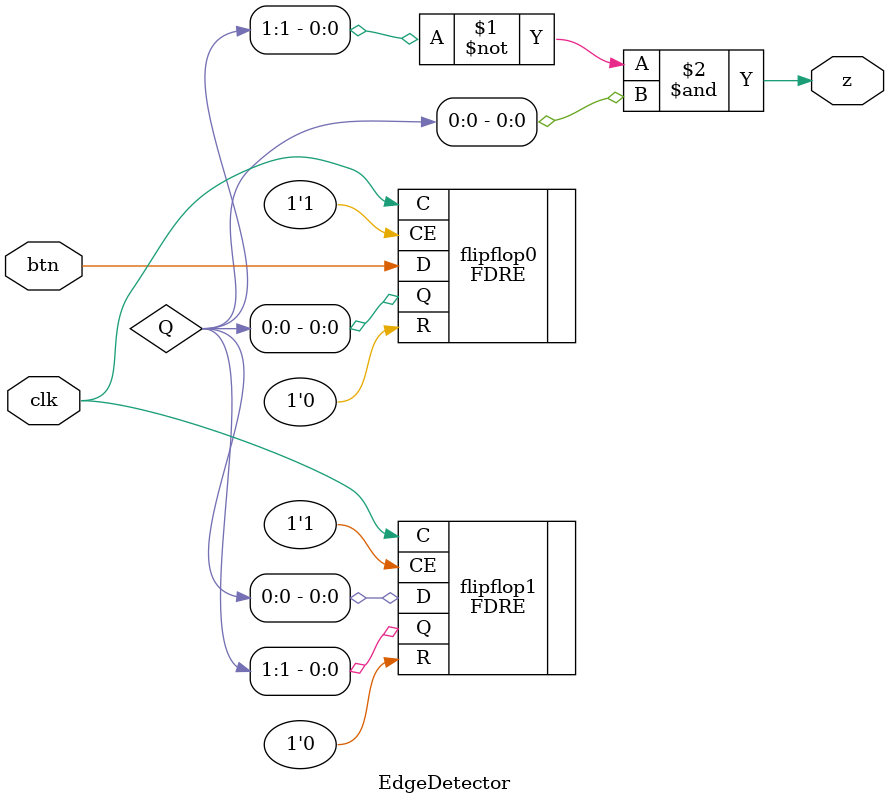
<source format=v>
`timescale 1ns / 1ps


module EdgeDetector(
    input clk,
    input btn,
    output z
    );
    
    wire [1:0] Q;
    
    FDRE #(.INIT(1'b0) ) flipflop0 (.C(clk), .R(1'b0), .CE(1'b1), .D(btn), .Q(Q[0]));
    FDRE #(.INIT(1'b0) ) flipflop1 (.C(clk), .R(1'b0), .CE(1'b1), .D(Q[0]), .Q(Q[1]));

    assign z = ~Q[1] & Q[0];
endmodule

</source>
